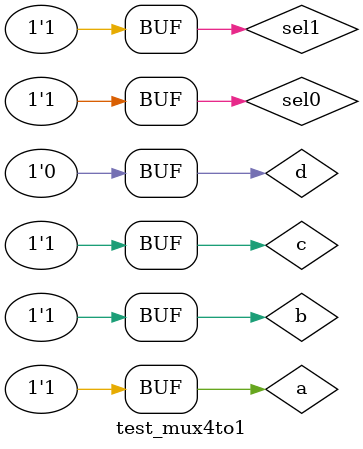
<source format=v>
module mux4to1 (s0,s1,i0,i1,i2,i3,y);
input s0,s1,i0,i1,i2,i3;
output y;
wire ns0,ns1,w1,w2,w3w,w4;

not (ns0,s0);
not (ns1,s1);
and (w1,ns0,ns1,i0);
and (w2,ns0,s1,i1);
and (w3,s0,ns1,i2);
and (w4,s0,s1,i3);
or (y,w1,w2,w3,w4);

endmodule

module test_mux4to1;
reg sel0,sel1,a,b,c,d;
wire f;
mux4to1 test (.s0(sel0), .s1(sel1), .i0(a), .i1(b), .i2(c), .i3(d));
initial begin 
$monitor ("s0=%b , s1=%b : i0=%b ,i1=%b ,i2=%b ,i3=%b", sel0,sel1,a,b,c,d);
    sel0=1'b0; sel1=1'b0; a=1'b1; b=1'b0; c=1'b0; d=1'b0;
    #10
    sel0=1'b0; sel1=1'b1; a=1'b0; b=1'b1; c=1'b0; d=1'b0;
    #10
    sel0=1'b1; sel1=1'b0; a=1'b0; b=1'b0; c=1'b1; d=1'b0;
    #10
    sel0=1'b1; sel1=1'b1; a=1'b0; b=1'b0; c=1'b0; d=1'b1;
    #10
    sel0=1'b0; sel1=1'b0; a=1'b0; b=1'b1; c=1'b1; d=1'b1;
    #10
    sel0=1'b0; sel1=1'b1; a=1'b1; b=1'b0; c=1'b1; d=1'b1;
    #10
    sel0=1'b1; sel1=1'b0; a=1'b1; b=1'b1; c=1'b0; d=1'b1;
    #10
    sel0=1'b1; sel1=1'b1; a=1'b1; b=1'b1; c=1'b1; d=1'b0;
    end 
    endmodule

</source>
